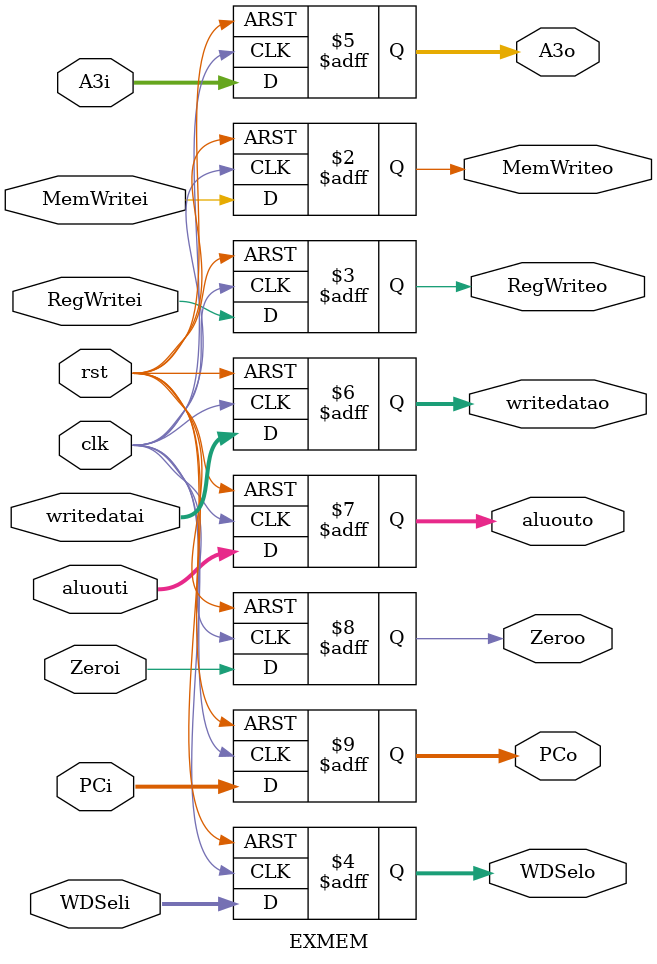
<source format=v>
module EXMEM( clk, rst, 
	MemWritei, RegWritei, WDSeli, A3i, writedatai, aluouti, Zeroi, PCi, 
	MemWriteo, RegWriteo, WDSelo, A3o, writedatao, aluouto, Zeroo, PCo
	);

    input                clk;         // clock
    input                rst;         // reset 
    input                MemWritei;   // control signal for memory write
    input                RegWritei;   // control signal for register write
    input         [1:0]  WDSeli;      // (register) write data selection
    input         [4:0]  A3i;         // data address for registers
    input         [31:0] writedatai;  // data to data memory
    input         [31:0] aluouti;     // ALU ouput
    input                Zeroi;        
    input         [31:0] PCi;

    output  reg          MemWriteo;   // control signal for memory write
    output  reg          RegWriteo;   // control signal for register write
    output  reg   [1:0]  WDSelo;      // (register) write data selection
    output  reg   [4:0]  A3o;         // data address for registers
    output  reg   [31:0] writedatao;  // data to data memory
    output  reg   [31:0] aluouto;     // ALU output
    output  reg          Zeroo;       
    output  reg   [31:0] PCo;


   always @(posedge clk, posedge rst)
	   if(rst)
	   begin
		   MemWriteo <= 1'b0;
	           RegWriteo <= 1'b0;
		   WDSelo    <= 2'b0;
		   A3o       <= 5'b0;
		   writedatao<= 32'b0;
		   aluouto   <= 32'b0;
		   Zeroo     <= 1'b0;
		   PCo       <= 32'b0;
	   end
	    else
	    begin
		   MemWriteo <= MemWritei;
	           RegWriteo <= RegWritei;
		   WDSelo    <= WDSeli;
		   A3o       <= A3i;
		   writedatao<= writedatai;
		   aluouto   <= aluouti;
		   Zeroo     <= Zeroi;
		   PCo       <= PCi;
	   end


endmodule

</source>
